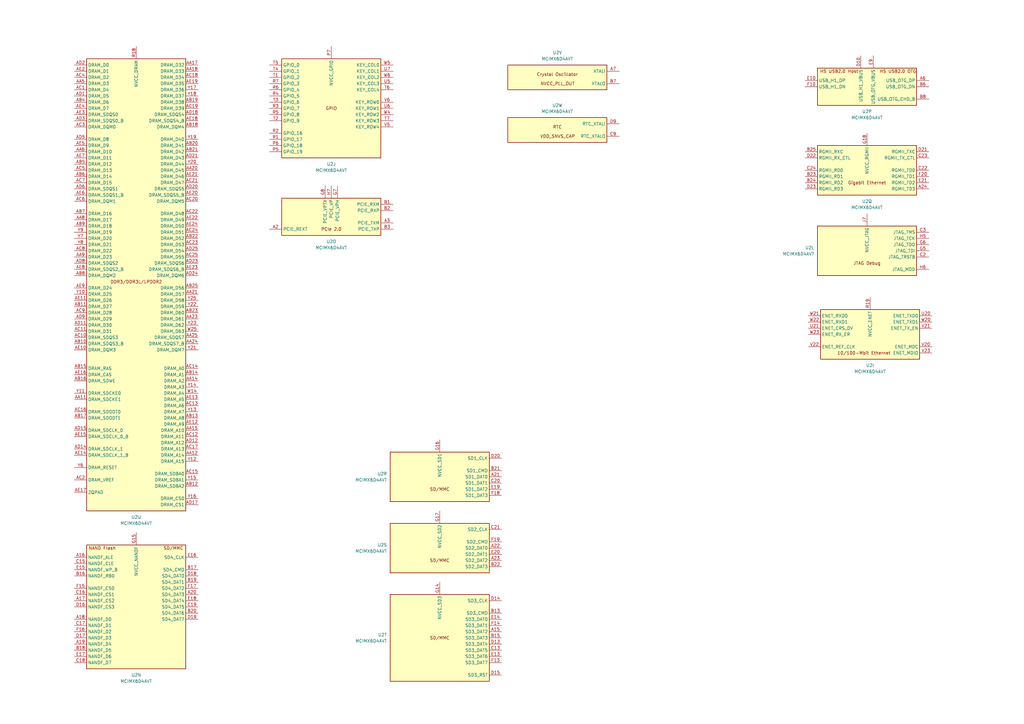
<source format=kicad_sch>
(kicad_sch (version 20250114) (generator "eeschema") (generator_version "9.0")
  (paper "A3")
  (title_block (title "Muhammad Azeem") (company "Invicton Labs"))
  (lib_symbols
    (symbol "CPU_NXP_IMX:MCIMX6D4AVT"
      (property "Reference" "U" (at 15.24 90.17 0))
      (property "Value" "MCIMX6D4AVT" (at -13.97 90.17 0))
      (symbol "MCIMX6D4AVT_1_0"
        (text "Power Management" (at -1.27 -5.08 0) (effects (font (size 1.27 1.27))))
      )
      (symbol "MCIMX6D4AVT_1_1"
        (pin power_in line (at -25.4 10.16 0) (length 5.08) (name "VDD_ARM_IN") (number "H14"))
        (pin passive line (at -25.4 10.16 0) (length 5.08) (hide yes) (name "VDD_ARM_IN") (number "J14"))
        (pin passive line (at -25.4 10.16 0) (length 5.08) (hide yes) (name "VDD_ARM_IN") (number "K14"))
        (pin passive line (at -25.4 10.16 0) (length 5.08) (hide yes) (name "VDD_ARM_IN") (number "L14"))
        (pin passive line (at -25.4 10.16 0) (length 5.08) (hide yes) (name "VDD_ARM_IN") (number "M14"))
        (pin passive line (at -25.4 10.16 0) (length 5.08) (hide yes) (name "VDD_ARM_IN") (number "N14"))
        (pin passive line (at -25.4 10.16 0) (length 5.08) (hide yes) (name "VDD_ARM_IN") (number "P14"))
        (pin passive line (at -25.4 10.16 0) (length 5.08) (hide yes) (name "VDD_ARM_IN") (number "R14"))
        (pin power_in line (at -25.4 7.62 0) (length 5.08) (name "VDD_ARM23_IN") (number "K9"))
        (pin passive line (at -25.4 7.62 0) (length 5.08) (hide yes) (name "VDD_ARM23_IN") (number "L9"))
        (pin passive line (at -25.4 7.62 0) (length 5.08) (hide yes) (name "VDD_ARM23_IN") (number "M9"))
        (pin passive line (at -25.4 7.62 0) (length 5.08) (hide yes) (name "VDD_ARM23_IN") (number "N9"))
        (pin passive line (at -25.4 7.62 0) (length 5.08) (hide yes) (name "VDD_ARM23_IN") (number "P9"))
        (pin passive line (at -25.4 7.62 0) (length 5.08) (hide yes) (name "VDD_ARM23_IN") (number "R9"))
        (pin passive line (at -25.4 7.62 0) (length 5.08) (hide yes) (name "VDD_ARM23_IN") (number "T9"))
        (pin passive line (at -25.4 7.62 0) (length 5.08) (hide yes) (name "VDD_ARM23_IN") (number "U9"))
        (pin power_in line (at -25.4 5.08 0) (length 5.08) (name "VDD_SOC_IN") (number "H16"))
        (pin passive line (at -25.4 5.08 0) (length 5.08) (hide yes) (name "VDD_SOC_IN") (number "J16"))
        (pin passive line (at -25.4 5.08 0) (length 5.08) (hide yes) (name "VDD_SOC_IN") (number "K16"))
        (pin passive line (at -25.4 5.08 0) (length 5.08) (hide yes) (name "VDD_SOC_IN") (number "L16"))
        (pin passive line (at -25.4 5.08 0) (length 5.08) (hide yes) (name "VDD_SOC_IN") (number "M16"))
        (pin passive line (at -25.4 5.08 0) (length 5.08) (hide yes) (name "VDD_SOC_IN") (number "N16"))
        (pin passive line (at -25.4 5.08 0) (length 5.08) (hide yes) (name "VDD_SOC_IN") (number "P16"))
        (pin passive line (at -25.4 5.08 0) (length 5.08) (hide yes) (name "VDD_SOC_IN") (number "R16"))
        (pin passive line (at -25.4 5.08 0) (length 5.08) (hide yes) (name "VDD_SOC_IN") (number "T16"))
        (pin passive line (at -25.4 5.08 0) (length 5.08) (hide yes) (name "VDD_SOC_IN") (number "U16"))
        (pin power_in line (at -25.4 0 0) (length 5.08) (name "VDD_HIGH_IN") (number "H9"))
        (pin passive line (at -25.4 0 0) (length 5.08) (hide yes) (name "VDD_HIGH_IN") (number "J9"))
        (pin power_in line (at -25.4 -2.54 0) (length 5.08) (name "VDD_SNVS_IN") (number "G11"))
        (pin power_in line (at 0 -17.78 90) (length 5.08) (name "GND") (number "A13"))
        (pin passive line (at 0 -17.78 90) (length 5.08) (hide yes) (name "GND") (number "A25"))
        (pin passive line (at 0 -17.78 90) (length 5.08) (hide yes) (name "GND") (number "A4"))
        (pin passive line (at 0 -17.78 90) (length 5.08) (hide yes) (name "GND") (number "A8"))
        (pin passive line (at 0 -17.78 90) (length 5.08) (hide yes) (name "GND") (number "AA10"))
        (pin passive line (at 0 -17.78 90) (length 5.08) (hide yes) (name "GND") (number "AA13"))
        (pin passive line (at 0 -17.78 90) (length 5.08) (hide yes) (name "GND") (number "AA16"))
        (pin passive line (at 0 -17.78 90) (length 5.08) (hide yes) (name "GND") (number "AA19"))
        (pin passive line (at 0 -17.78 90) (length 5.08) (hide yes) (name "GND") (number "AA22"))
        (pin passive line (at 0 -17.78 90) (length 5.08) (hide yes) (name "GND") (number "AA7"))
        (pin passive line (at 0 -17.78 90) (length 5.08) (hide yes) (name "GND") (number "AB24"))
        (pin passive line (at 0 -17.78 90) (length 5.08) (hide yes) (name "GND") (number "AB3"))
        (pin passive line (at 0 -17.78 90) (length 5.08) (hide yes) (name "GND") (number "AD10"))
        (pin passive line (at 0 -17.78 90) (length 5.08) (hide yes) (name "GND") (number "AD13"))
        (pin passive line (at 0 -17.78 90) (length 5.08) (hide yes) (name "GND") (number "AD16"))
        (pin passive line (at 0 -17.78 90) (length 5.08) (hide yes) (name "GND") (number "AD19"))
        (pin passive line (at 0 -17.78 90) (length 5.08) (hide yes) (name "GND") (number "AD22"))
        (pin passive line (at 0 -17.78 90) (length 5.08) (hide yes) (name "GND") (number "AD4"))
        (pin passive line (at 0 -17.78 90) (length 5.08) (hide yes) (name "GND") (number "AD7"))
        (pin passive line (at 0 -17.78 90) (length 5.08) (hide yes) (name "GND") (number "AE1"))
        (pin passive line (at 0 -17.78 90) (length 5.08) (hide yes) (name "GND") (number "AE25"))
        (pin passive line (at 0 -17.78 90) (length 5.08) (hide yes) (name "GND") (number "B4"))
        (pin passive line (at 0 -17.78 90) (length 5.08) (hide yes) (name "GND") (number "C1"))
        (pin passive line (at 0 -17.78 90) (length 5.08) (hide yes) (name "GND") (number "C10"))
        (pin passive line (at 0 -17.78 90) (length 5.08) (hide yes) (name "GND") (number "C4"))
        (pin passive line (at 0 -17.78 90) (length 5.08) (hide yes) (name "GND") (number "C6"))
        (pin passive line (at 0 -17.78 90) (length 5.08) (hide yes) (name "GND") (number "D3"))
        (pin passive line (at 0 -17.78 90) (length 5.08) (hide yes) (name "GND") (number "D6"))
        (pin passive line (at 0 -17.78 90) (length 5.08) (hide yes) (name "GND") (number "D8"))
        (pin passive line (at 0 -17.78 90) (length 5.08) (hide yes) (name "GND") (number "E5"))
        (pin passive line (at 0 -17.78 90) (length 5.08) (hide yes) (name "GND") (number "E6"))
        (pin passive line (at 0 -17.78 90) (length 5.08) (hide yes) (name "GND") (number "E7"))
        (pin passive line (at 0 -17.78 90) (length 5.08) (hide yes) (name "GND") (number "F5"))
        (pin passive line (at 0 -17.78 90) (length 5.08) (hide yes) (name "GND") (number "F6"))
        (pin passive line (at 0 -17.78 90) (length 5.08) (hide yes) (name "GND") (number "F7"))
        (pin passive line (at 0 -17.78 90) (length 5.08) (hide yes) (name "GND") (number "F8"))
        (pin passive line (at 0 -17.78 90) (length 5.08) (hide yes) (name "GND") (number "G10"))
        (pin passive line (at 0 -17.78 90) (length 5.08) (hide yes) (name "GND") (number "G19"))
        (pin passive line (at 0 -17.78 90) (length 5.08) (hide yes) (name "GND") (number "G3"))
        (pin passive line (at 0 -17.78 90) (length 5.08) (hide yes) (name "GND") (number "H12"))
        (pin passive line (at 0 -17.78 90) (length 5.08) (hide yes) (name "GND") (number "H15"))
        (pin passive line (at 0 -17.78 90) (length 5.08) (hide yes) (name "GND") (number "H18"))
        (pin passive line (at 0 -17.78 90) (length 5.08) (hide yes) (name "GND") (number "H8"))
        (pin passive line (at 0 -17.78 90) (length 5.08) (hide yes) (name "GND") (number "J12"))
        (pin passive line (at 0 -17.78 90) (length 5.08) (hide yes) (name "GND") (number "J15"))
        (pin passive line (at 0 -17.78 90) (length 5.08) (hide yes) (name "GND") (number "J18"))
        (pin passive line (at 0 -17.78 90) (length 5.08) (hide yes) (name "GND") (number "J2"))
        (pin passive line (at 0 -17.78 90) (length 5.08) (hide yes) (name "GND") (number "J8"))
        (pin passive line (at 0 -17.78 90) (length 5.08) (hide yes) (name "GND") (number "K10"))
        (pin passive line (at 0 -17.78 90) (length 5.08) (hide yes) (name "GND") (number "K12"))
        (pin passive line (at 0 -17.78 90) (length 5.08) (hide yes) (name "GND") (number "K15"))
        (pin passive line (at 0 -17.78 90) (length 5.08) (hide yes) (name "GND") (number "K18"))
        (pin passive line (at 0 -17.78 90) (length 5.08) (hide yes) (name "GND") (number "K8"))
        (pin passive line (at 0 -17.78 90) (length 5.08) (hide yes) (name "GND") (number "L10"))
        (pin passive line (at 0 -17.78 90) (length 5.08) (hide yes) (name "GND") (number "L12"))
        (pin passive line (at 0 -17.78 90) (length 5.08) (hide yes) (name "GND") (number "L15"))
        (pin passive line (at 0 -17.78 90) (length 5.08) (hide yes) (name "GND") (number "L18"))
        (pin passive line (at 0 -17.78 90) (length 5.08) (hide yes) (name "GND") (number "L2"))
        (pin passive line (at 0 -17.78 90) (length 5.08) (hide yes) (name "GND") (number "L5"))
        (pin passive line (at 0 -17.78 90) (length 5.08) (hide yes) (name "GND") (number "L8"))
        (pin passive line (at 0 -17.78 90) (length 5.08) (hide yes) (name "GND") (number "M10"))
        (pin passive line (at 0 -17.78 90) (length 5.08) (hide yes) (name "GND") (number "M12"))
        (pin passive line (at 0 -17.78 90) (length 5.08) (hide yes) (name "GND") (number "M15"))
        (pin passive line (at 0 -17.78 90) (length 5.08) (hide yes) (name "GND") (number "M18"))
        (pin passive line (at 0 -17.78 90) (length 5.08) (hide yes) (name "GND") (number "M8"))
        (pin passive line (at 0 -17.78 90) (length 5.08) (hide yes) (name "GND") (number "N10"))
        (pin passive line (at 0 -17.78 90) (length 5.08) (hide yes) (name "GND") (number "N15"))
        (pin passive line (at 0 -17.78 90) (length 5.08) (hide yes) (name "GND") (number "N18"))
        (pin passive line (at 0 -17.78 90) (length 5.08) (hide yes) (name "GND") (number "N8"))
        (pin passive line (at 0 -17.78 90) (length 5.08) (hide yes) (name "GND") (number "P10"))
        (pin passive line (at 0 -17.78 90) (length 5.08) (hide yes) (name "GND") (number "P12"))
        (pin passive line (at 0 -17.78 90) (length 5.08) (hide yes) (name "GND") (number "P15"))
        (pin passive line (at 0 -17.78 90) (length 5.08) (hide yes) (name "GND") (number "P18"))
        (pin passive line (at 0 -17.78 90) (length 5.08) (hide yes) (name "GND") (number "P8"))
        (pin passive line (at 0 -17.78 90) (length 5.08) (hide yes) (name "GND") (number "R12"))
        (pin passive line (at 0 -17.78 90) (length 5.08) (hide yes) (name "GND") (number "R15"))
        (pin passive line (at 0 -17.78 90) (length 5.08) (hide yes) (name "GND") (number "R17"))
        (pin passive line (at 0 -17.78 90) (length 5.08) (hide yes) (name "GND") (number "R8"))
        (pin passive line (at 0 -17.78 90) (length 5.08) (hide yes) (name "GND") (number "T11"))
        (pin passive line (at 0 -17.78 90) (length 5.08) (hide yes) (name "GND") (number "T12"))
        (pin passive line (at 0 -17.78 90) (length 5.08) (hide yes) (name "GND") (number "T15"))
        (pin passive line (at 0 -17.78 90) (length 5.08) (hide yes) (name "GND") (number "T17"))
        (pin passive line (at 0 -17.78 90) (length 5.08) (hide yes) (name "GND") (number "T19"))
        (pin passive line (at 0 -17.78 90) (length 5.08) (hide yes) (name "GND") (number "T8"))
        (pin passive line (at 0 -17.78 90) (length 5.08) (hide yes) (name "GND") (number "U11"))
        (pin passive line (at 0 -17.78 90) (length 5.08) (hide yes) (name "GND") (number "U12"))
        (pin passive line (at 0 -17.78 90) (length 5.08) (hide yes) (name "GND") (number "U15"))
        (pin passive line (at 0 -17.78 90) (length 5.08) (hide yes) (name "GND") (number "U17"))
        (pin passive line (at 0 -17.78 90) (length 5.08) (hide yes) (name "GND") (number "U19"))
        (pin passive line (at 0 -17.78 90) (length 5.08) (hide yes) (name "GND") (number "U8"))
        (pin passive line (at 0 -17.78 90) (length 5.08) (hide yes) (name "GND") (number "V19"))
        (pin passive line (at 0 -17.78 90) (length 5.08) (hide yes) (name "GND") (number "V8"))
        (pin passive line (at 0 -17.78 90) (length 5.08) (hide yes) (name "GND") (number "W10"))
        (pin passive line (at 0 -17.78 90) (length 5.08) (hide yes) (name "GND") (number "W11"))
        (pin passive line (at 0 -17.78 90) (length 5.08) (hide yes) (name "GND") (number "W12"))
        (pin passive line (at 0 -17.78 90) (length 5.08) (hide yes) (name "GND") (number "W13"))
        (pin passive line (at 0 -17.78 90) (length 5.08) (hide yes) (name "GND") (number "W15"))
        (pin passive line (at 0 -17.78 90) (length 5.08) (hide yes) (name "GND") (number "W16"))
        (pin passive line (at 0 -17.78 90) (length 5.08) (hide yes) (name "GND") (number "W17"))
        (pin passive line (at 0 -17.78 90) (length 5.08) (hide yes) (name "GND") (number "W18"))
        (pin passive line (at 0 -17.78 90) (length 5.08) (hide yes) (name "GND") (number "W19"))
        (pin passive line (at 0 -17.78 90) (length 5.08) (hide yes) (name "GND") (number "W3"))
        (pin passive line (at 0 -17.78 90) (length 5.08) (hide yes) (name "GND") (number "W7"))
        (pin passive line (at 0 -17.78 90) (length 5.08) (hide yes) (name "GND") (number "W8"))
        (pin passive line (at 0 -17.78 90) (length 5.08) (hide yes) (name "GND") (number "W9"))
        (pin passive line (at 0 -17.78 90) (length 5.08) (hide yes) (name "GND") (number "Y24"))
        (pin passive line (at 0 -17.78 90) (length 5.08) (hide yes) (name "GND") (number "Y5"))
        (pin power_out line (at 25.4 10.16 180) (length 5.08) (name "VDD_ARM_CAP") (number "H13"))
        (pin passive line (at 25.4 10.16 180) (length 5.08) (hide yes) (name "VDD_ARM_CAP") (number "J13"))
        (pin passive line (at 25.4 10.16 180) (length 5.08) (hide yes) (name "VDD_ARM_CAP") (number "K13"))
        (pin passive line (at 25.4 10.16 180) (length 5.08) (hide yes) (name "VDD_ARM_CAP") (number "L13"))
        (pin passive line (at 25.4 10.16 180) (length 5.08) (hide yes) (name "VDD_ARM_CAP") (number "M13"))
        (pin passive line (at 25.4 10.16 180) (length 5.08) (hide yes) (name "VDD_ARM_CAP") (number "N13"))
        (pin passive line (at 25.4 10.16 180) (length 5.08) (hide yes) (name "VDD_ARM_CAP") (number "P13"))
        (pin passive line (at 25.4 10.16 180) (length 5.08) (hide yes) (name "VDD_ARM_CAP") (number "R13"))
        (pin power_out line (at 25.4 7.62 180) (length 5.08) (name "VDD_ARM23_CAP") (number "H11"))
        (pin passive line (at 25.4 7.62 180) (length 5.08) (hide yes) (name "VDD_ARM23_CAP") (number "J11"))
        (pin passive line (at 25.4 7.62 180) (length 5.08) (hide yes) (name "VDD_ARM23_CAP") (number "K11"))
        (pin passive line (at 25.4 7.62 180) (length 5.08) (hide yes) (name "VDD_ARM23_CAP") (number "L11"))
        (pin passive line (at 25.4 7.62 180) (length 5.08) (hide yes) (name "VDD_ARM23_CAP") (number "M11"))
        (pin passive line (at 25.4 7.62 180) (length 5.08) (hide yes) (name "VDD_ARM23_CAP") (number "N11"))
        (pin passive line (at 25.4 7.62 180) (length 5.08) (hide yes) (name "VDD_ARM23_CAP") (number "P11"))
        (pin passive line (at 25.4 7.62 180) (length 5.08) (hide yes) (name "VDD_ARM23_CAP") (number "R11"))
        (pin power_out line (at 25.4 5.08 180) (length 5.08) (name "VDD_SOC_CAP") (number "R10"))
        (pin passive line (at 25.4 5.08 180) (length 5.08) (hide yes) (name "VDD_SOC_CAP") (number "T10"))
        (pin passive line (at 25.4 5.08 180) (length 5.08) (hide yes) (name "VDD_SOC_CAP") (number "T13"))
        (pin passive line (at 25.4 5.08 180) (length 5.08) (hide yes) (name "VDD_SOC_CAP") (number "T14"))
        (pin passive line (at 25.4 5.08 180) (length 5.08) (hide yes) (name "VDD_SOC_CAP") (number "U10"))
        (pin passive line (at 25.4 5.08 180) (length 5.08) (hide yes) (name "VDD_SOC_CAP") (number "U13"))
        (pin passive line (at 25.4 5.08 180) (length 5.08) (hide yes) (name "VDD_SOC_CAP") (number "U14"))
        (pin power_in line (at 25.4 2.54 180) (length 5.08) (name "VDD_CACHE_CAP") (number "N12"))
        (pin power_out line (at 25.4 0 180) (length 5.08) (name "VDD_HIGH_CAP") (number "H10"))
        (pin passive line (at 25.4 0 180) (length 5.08) (hide yes) (name "VDD_HIGH_CAP") (number "J10"))
        (pin power_out line (at 25.4 -2.54 180) (length 5.08) (name "VDD_SNVS_CAP") (number "G9"))
        (pin power_out line (at 25.4 -5.08 180) (length 5.08) (name "VDD_PU_CAP") (number "H17"))
        (pin passive line (at 25.4 -5.08 180) (length 5.08) (hide yes) (name "VDD_PU_CAP") (number "J17"))
        (pin passive line (at 25.4 -5.08 180) (length 5.08) (hide yes) (name "VDD_PU_CAP") (number "K17"))
        (pin passive line (at 25.4 -5.08 180) (length 5.08) (hide yes) (name "VDD_PU_CAP") (number "L17"))
        (pin passive line (at 25.4 -5.08 180) (length 5.08) (hide yes) (name "VDD_PU_CAP") (number "M17"))
        (pin passive line (at 25.4 -5.08 180) (length 5.08) (hide yes) (name "VDD_PU_CAP") (number "N17"))
        (pin passive line (at 25.4 -5.08 180) (length 5.08) (hide yes) (name "VDD_PU_CAP") (number "P17"))
        (pin power_out line (at 25.4 -7.62 180) (length 5.08) (name "VDD_USB_CAP") (number "F9"))
        (pin power_out line (at 25.4 -10.16 180) (length 5.08) (name "NVCC_PLL_OUT") (number "E8"))
      )
      (symbol "MCIMX6D4AVT_2_0"
        (text "Factory (NXP only)" (at -10.16 0 0) (effects (font (size 1.27 1.27))))
      )
      (symbol "MCIMX6D4AVT_2_1"
        (pin passive line (at 0 10.16 270) (length 5.08) (name "VDD_FA") (number "B5"))
        (pin passive line (at 25.4 2.54 180) (length 5.08) (name "FA_ANA") (number "A5"))
        (pin passive line (at 25.4 0 180) (length 5.08) (name "GPANAIO") (number "C8"))
        (pin passive line (at 25.4 -2.54 180) (length 5.08) (name "TEST_MODE") (number "E12"))
      )
      (symbol "MCIMX6D4AVT_3_0"
        (text "Boot/Power Management" (at 1.27 -5.08 0) (effects (font (size 1.27 1.27))))
      )
      (symbol "MCIMX6D4AVT_3_1"
        (text "VDD_SNVS_IN" (at 0 0 0) (effects (font (size 1.27 1.27) (italic yes))))
        (pin input line (at -25.4 5.08 0) (length 5.08) (name "BOOT_MODE0") (number "C12"))
        (pin input line (at -25.4 2.54 0) (length 5.08) (name "BOOT_MODE1") (number "F12"))
        (pin input line (at -25.4 -2.54 0) (length 5.08) (name "ONOFF") (number "D12"))
        (pin input line (at -25.4 -5.08 0) (length 5.08) (name "POR_B") (number "C11"))
        (pin output line (at 25.4 5.08 180) (length 5.08) (name "PMIC_ON_REQ") (number "D11"))
        (pin output line (at 25.4 2.54 180) (length 5.08) (name "PMIC_STBY_REQ") (number "F11"))
        (pin input line (at 25.4 -2.54 180) (length 5.08) (name "TAMPER") (number "E11"))
      )
      (symbol "MCIMX6D4AVT_4_0"
        (text "Clock" (at -16.51 11.43 0) (effects (font (size 1.27 1.27))))
        (text "MediaLB" (at 15.24 11.43 0) (effects (font (size 1.27 1.27))))
      )
      (symbol "MCIMX6D4AVT_4_1"
        (text "VDD_HIGH_CAP" (at 0 0 0) (effects (font (size 1.27 1.27) (italic yes))))
        (pin bidirectional line (at -25.4 5.08 0) (length 5.08) (name "CLK1_N") (number "C7"))
        (pin bidirectional line (at -25.4 2.54 0) (length 5.08) (name "CLK1_P") (number "D7"))
        (pin bidirectional line (at -25.4 -2.54 0) (length 5.08) (name "CLK2_N") (number "C5"))
        (pin bidirectional line (at -25.4 -5.08 0) (length 5.08) (name "CLK2_P") (number "D5"))
        (pin input line (at 25.4 7.62 180) (length 5.08) (name "MLB_CN") (number "A11"))
        (pin input line (at 25.4 5.08 180) (length 5.08) (name "MLB_CP") (number "B11"))
        (pin bidirectional line (at 25.4 0 180) (length 5.08) (name "MLB_DN") (number "B10"))
        (pin bidirectional line (at 25.4 -2.54 180) (length 5.08) (name "MLB_DP") (number "A10"))
        (pin bidirectional line (at 25.4 -7.62 180) (length 5.08) (name "MLB_SN") (number "A9"))
        (pin bidirectional line (at 25.4 -10.16 180) (length 5.08) (name "MLB_SP") (number "B9"))
      )
      (symbol "MCIMX6D4AVT_5_0"
        (text "MIPI Camera" (at 0 0 0) (effects (font (size 1.27 1.27))))
      )
      (symbol "MCIMX6D4AVT_5_1"
        (pin input line (at -25.4 12.7 0) (length 5.08) (name "CSI_CLK0M") (number "F4"))
        (pin input line (at -25.4 10.16 0) (length 5.08) (name "CSI_CLK0P") (number "F3"))
        (pin input line (at -25.4 7.62 0) (length 5.08) (name "CSI_D0M") (number "E4"))
        (pin input line (at -25.4 5.08 0) (length 5.08) (name "CSI_D0P") (number "E3"))
        (pin input line (at -25.4 2.54 0) (length 5.08) (name "CSI_D1M") (number "D1"))
        (pin input line (at -25.4 0 0) (length 5.08) (name "CSI_D1P") (number "D2"))
        (pin input line (at -25.4 -2.54 0) (length 5.08) (name "CSI_D2M") (number "E1"))
        (pin input line (at -25.4 -5.08 0) (length 5.08) (name "CSI_D2P") (number "E2"))
        (pin input line (at -25.4 -7.62 0) (length 5.08) (name "CSI_D3M") (number "F2"))
        (pin input line (at -25.4 -10.16 0) (length 5.08) (name "CSI_D3P") (number "F1"))
        (pin passive line (at -25.4 -12.7 0) (length 5.08) (name "CSI_REXT") (number "D4"))
        (pin power_in line (at 0 20.32 270) (length 5.08) (name "NVCC_MIPI") (number "K7"))
        (pin output line (at 25.4 12.7 180) (length 5.08) (name "DSI_CLK0M") (number "H3"))
        (pin output line (at 25.4 10.16 180) (length 5.08) (name "DSI_CLK0P") (number "H4"))
        (pin output line (at 25.4 7.62 180) (length 5.08) (name "DSI_D0M") (number "G2"))
        (pin output line (at 25.4 5.08 180) (length 5.08) (name "DSI_D0P") (number "G1"))
        (pin output line (at 25.4 2.54 180) (length 5.08) (name "DSI_D1M") (number "H2"))
        (pin output line (at 25.4 0 180) (length 5.08) (name "DSI_D1P") (number "H1"))
        (pin passive line (at 25.4 -2.54 180) (length 5.08) (name "DSI_REXT") (number "G4"))
      )
      (symbol "MCIMX6D4AVT_6_0"
        (text "Camera" (at 0 0 0) (effects (font (size 1.27 1.27))))
      )
      (symbol "MCIMX6D4AVT_6_1"
        (pin bidirectional line (at -25.4 12.7 0) (length 5.08) (name "CSI0_MCLK") (number "P4"))
        (pin bidirectional line (at -25.4 10.16 0) (length 5.08) (name "CSI0_PIXCLK") (number "P1"))
        (pin bidirectional line (at -25.4 7.62 0) (length 5.08) (name "CSI0_DATA_EN") (number "P3"))
        (pin bidirectional line (at -25.4 5.08 0) (length 5.08) (name "CSI0_VSYNC") (number "N2"))
        (pin bidirectional line (at -25.4 0 0) (length 5.08) (name "CSI0_DAT4") (number "N1"))
        (pin bidirectional line (at -25.4 -2.54 0) (length 5.08) (name "CSI0_DAT5") (number "P2"))
        (pin bidirectional line (at -25.4 -5.08 0) (length 5.08) (name "CSI0_DAT6") (number "N4"))
        (pin bidirectional line (at -25.4 -7.62 0) (length 5.08) (name "CSI0_DAT7") (number "N3"))
        (pin bidirectional line (at -25.4 -10.16 0) (length 5.08) (name "CSI0_DAT8") (number "N6"))
        (pin bidirectional line (at -25.4 -12.7 0) (length 5.08) (name "CSI0_DAT9") (number "N5"))
        (pin power_in line (at 0 20.32 270) (length 5.08) (name "NVCC_CSI") (number "N7"))
        (pin bidirectional line (at 25.4 10.16 180) (length 5.08) (name "CSI0_DAT10") (number "M1"))
        (pin bidirectional line (at 25.4 7.62 180) (length 5.08) (name "CSI0_DAT11") (number "M3"))
        (pin bidirectional line (at 25.4 5.08 180) (length 5.08) (name "CSI0_DAT12") (number "M2"))
        (pin bidirectional line (at 25.4 2.54 180) (length 5.08) (name "CSI0_DAT13") (number "L1"))
        (pin bidirectional line (at 25.4 0 180) (length 5.08) (name "CSI0_DAT14") (number "M4"))
        (pin bidirectional line (at 25.4 -2.54 180) (length 5.08) (name "CSI0_DAT15") (number "M5"))
        (pin bidirectional line (at 25.4 -5.08 180) (length 5.08) (name "CSI0_DAT16") (number "L4"))
        (pin bidirectional line (at 25.4 -7.62 180) (length 5.08) (name "CSI0_DAT17") (number "L3"))
        (pin bidirectional line (at 25.4 -10.16 180) (length 5.08) (name "CSI0_DAT18") (number "M6"))
        (pin bidirectional line (at 25.4 -12.7 180) (length 5.08) (name "CSI0_DAT19") (number "L6"))
      )
      (symbol "MCIMX6D4AVT_7_0"
        (text "LCD Display" (at 0 0 0) (effects (font (size 1.27 1.27))))
      )
      (symbol "MCIMX6D4AVT_7_1"
        (pin bidirectional line (at -25.4 17.78 0) (length 5.08) (name "DI0_DISP_CLK") (number "N19"))
        (pin bidirectional line (at -25.4 15.24 0) (length 5.08) (name "DI0_PIN15") (number "N21"))
        (pin bidirectional line (at -25.4 12.7 0) (length 5.08) (name "DI0_PIN2") (number "N25"))
        (pin bidirectional line (at -25.4 10.16 0) (length 5.08) (name "DI0_PIN3") (number "N20"))
        (pin bidirectional line (at -25.4 7.62 0) (length 5.08) (name "DI0_PIN4") (number "P25"))
        (pin bidirectional line (at -25.4 5.08 0) (length 5.08) (name "DISP0_DAT0") (number "P24"))
        (pin bidirectional line (at -25.4 2.54 0) (length 5.08) (name "DISP0_DAT1") (number "P22"))
        (pin bidirectional line (at -25.4 0 0) (length 5.08) (name "DISP0_DAT2") (number "P23"))
        (pin bidirectional line (at -25.4 -2.54 0) (length 5.08) (name "DISP0_DAT3") (number "P21"))
        (pin bidirectional line (at -25.4 -5.08 0) (length 5.08) (name "DISP0_DAT4") (number "P20"))
        (pin bidirectional line (at -25.4 -7.62 0) (length 5.08) (name "DISP0_DAT5") (number "R25"))
        (pin bidirectional line (at -25.4 -10.16 0) (length 5.08) (name "DISP0_DAT6") (number "R23"))
        (pin bidirectional line (at -25.4 -12.7 0) (length 5.08) (name "DISP0_DAT7") (number "R24"))
        (pin bidirectional line (at -25.4 -15.24 0) (length 5.08) (name "DISP0_DAT8") (number "R22"))
        (pin bidirectional line (at -25.4 -17.78 0) (length 5.08) (name "DISP0_DAT9") (number "T25"))
        (pin power_in line (at 0 25.4 270) (length 5.08) (name "NVCC_LCD") (number "P19"))
        (pin bidirectional line (at 25.4 17.78 180) (length 5.08) (name "DISP0_DAT10") (number "R21"))
        (pin bidirectional line (at 25.4 15.24 180) (length 5.08) (name "DISP0_DAT11") (number "T23"))
        (pin bidirectional line (at 25.4 12.7 180) (length 5.08) (name "DISP0_DAT12") (number "T24"))
        (pin bidirectional line (at 25.4 10.16 180) (length 5.08) (name "DISP0_DAT13") (number "R20"))
        (pin bidirectional line (at 25.4 7.62 180) (length 5.08) (name "DISP0_DAT14") (number "U25"))
        (pin bidirectional line (at 25.4 5.08 180) (length 5.08) (name "DISP0_DAT15") (number "T22"))
        (pin bidirectional line (at 25.4 2.54 180) (length 5.08) (name "DISP0_DAT16") (number "T21"))
        (pin bidirectional line (at 25.4 0 180) (length 5.08) (name "DISP0_DAT17") (number "U24"))
        (pin bidirectional line (at 25.4 -2.54 180) (length 5.08) (name "DISP0_DAT18") (number "V25"))
        (pin bidirectional line (at 25.4 -5.08 180) (length 5.08) (name "DISP0_DAT19") (number "U23"))
        (pin bidirectional line (at 25.4 -7.62 180) (length 5.08) (name "DISP0_DAT20") (number "U22"))
        (pin bidirectional line (at 25.4 -10.16 180) (length 5.08) (name "DISP0_DAT21") (number "T20"))
        (pin bidirectional line (at 25.4 -12.7 180) (length 5.08) (name "DISP0_DAT22") (number "V24"))
        (pin bidirectional line (at 25.4 -15.24 180) (length 5.08) (name "DISP0_DAT23") (number "W24"))
      )
      (symbol "MCIMX6D4AVT_8_0"
        (text "External memory" (at 1.27 0 0) (effects (font (size 1.27 1.27))))
      )
      (symbol "MCIMX6D4AVT_8_1"
        (pin bidirectional line (at -25.4 40.64 0) (length 5.08) (name "EIM_A16") (number "H25"))
        (pin bidirectional line (at -25.4 38.1 0) (length 5.08) (name "EIM_A17") (number "G24"))
        (pin bidirectional line (at -25.4 35.56 0) (length 5.08) (name "EIM_A18") (number "J22"))
        (pin bidirectional line (at -25.4 33.02 0) (length 5.08) (name "EIM_A19") (number "G25"))
        (pin bidirectional line (at -25.4 30.48 0) (length 5.08) (name "EIM_A20") (number "H22"))
        (pin bidirectional line (at -25.4 27.94 0) (length 5.08) (name "EIM_A21") (number "H23"))
        (pin bidirectional line (at -25.4 25.4 0) (length 5.08) (name "EIM_A22") (number "F24"))
        (pin bidirectional line (at -25.4 22.86 0) (length 5.08) (name "EIM_A23") (number "J21"))
        (pin bidirectional line (at -25.4 20.32 0) (length 5.08) (name "EIM_A24") (number "F25"))
        (pin bidirectional line (at -25.4 17.78 0) (length 5.08) (name "EIM_A25") (number "H19"))
        (pin bidirectional line (at -25.4 12.7 0) (length 5.08) (name "EIM_EB0") (number "K21"))
        (pin bidirectional line (at -25.4 10.16 0) (length 5.08) (name "EIM_EB1") (number "K23"))
        (pin bidirectional line (at -25.4 7.62 0) (length 5.08) (name "EIM_EB2") (number "E22"))
        (pin bidirectional line (at -25.4 5.08 0) (length 5.08) (name "EIM_EB3") (number "F23"))
        (pin bidirectional line (at -25.4 0 0) (length 5.08) (name "EIM_BCLK") (number "N22"))
        (pin bidirectional line (at -25.4 -2.54 0) (length 5.08) (name "EIM_LBA") (number "K22"))
        (pin bidirectional line (at -25.4 -5.08 0) (length 5.08) (name "EIM_OE") (number "J24"))
        (pin bidirectional line (at -25.4 -7.62 0) (length 5.08) (name "EIM_RW") (number "K20"))
        (pin bidirectional line (at -25.4 -10.16 0) (length 5.08) (name "EIM_WAIT") (number "M25"))
        (pin bidirectional line (at -25.4 -12.7 0) (length 5.08) (name "EIM_CS0") (number "H24"))
        (pin bidirectional line (at -25.4 -15.24 0) (length 5.08) (name "EIM_CS1") (number "J23"))
        (pin power_in line (at -2.54 48.26 270) (length 5.08) (name "NVCC_EIM0") (number "K19"))
        (pin power_in line (at 0 48.26 270) (length 5.08) (name "NVCC_EIM1") (number "L19"))
        (pin power_in line (at 2.54 48.26 270) (length 5.08) (name "NVCC_EIM2") (number "M19"))
        (pin bidirectional line (at 25.4 40.64 180) (length 5.08) (name "EIM_DA0") (number "L20"))
        (pin bidirectional line (at 25.4 38.1 180) (length 5.08) (name "EIM_DA1") (number "J25"))
        (pin bidirectional line (at 25.4 35.56 180) (length 5.08) (name "EIM_DA2") (number "L21"))
        (pin bidirectional line (at 25.4 33.02 180) (length 5.08) (name "EIM_DA3") (number "K24"))
        (pin bidirectional line (at 25.4 30.48 180) (length 5.08) (name "EIM_DA4") (number "L22"))
        (pin bidirectional line (at 25.4 27.94 180) (length 5.08) (name "EIM_DA5") (number "L23"))
        (pin bidirectional line (at 25.4 25.4 180) (length 5.08) (name "EIM_DA6") (number "K25"))
        (pin bidirectional line (at 25.4 22.86 180) (length 5.08) (name "EIM_DA7") (number "L25"))
        (pin bidirectional line (at 25.4 20.32 180) (length 5.08) (name "EIM_DA8") (number "L24"))
        (pin bidirectional line (at 25.4 17.78 180) (length 5.08) (name "EIM_DA9") (number "M21"))
        (pin bidirectional line (at 25.4 15.24 180) (length 5.08) (name "EIM_DA10") (number "M22"))
        (pin bidirectional line (at 25.4 12.7 180) (length 5.08) (name "EIM_DA11") (number "M20"))
        (pin bidirectional line (at 25.4 10.16 180) (length 5.08) (name "EIM_DA12") (number "M24"))
        (pin bidirectional line (at 25.4 7.62 180) (length 5.08) (name "EIM_DA13") (number "M23"))
        (pin bidirectional line (at 25.4 5.08 180) (length 5.08) (name "EIM_DA14") (number "N23"))
        (pin bidirectional line (at 25.4 2.54 180) (length 5.08) (name "EIM_DA15") (number "N24"))
        (pin bidirectional line (at 25.4 -2.54 180) (length 5.08) (name "EIM_D16") (number "C25"))
        (pin bidirectional line (at 25.4 -5.08 180) (length 5.08) (name "EIM_D17") (number "F21"))
        (pin bidirectional line (at 25.4 -7.62 180) (length 5.08) (name "EIM_D18") (number "D24"))
        (pin bidirectional line (at 25.4 -10.16 180) (length 5.08) (name "EIM_D19") (number "G21"))
        (pin bidirectional line (at 25.4 -12.7 180) (length 5.08) (name "EIM_D20") (number "G20"))
        (pin bidirectional line (at 25.4 -15.24 180) (length 5.08) (name "EIM_D21") (number "H20"))
        (pin bidirectional line (at 25.4 -17.78 180) (length 5.08) (name "EIM_D22") (number "E23"))
        (pin bidirectional line (at 25.4 -20.32 180) (length 5.08) (name "EIM_D23") (number "D25"))
        (pin bidirectional line (at 25.4 -22.86 180) (length 5.08) (name "EIM_D24") (number "F22"))
        (pin bidirectional line (at 25.4 -25.4 180) (length 5.08) (name "EIM_D25") (number "G22"))
        (pin bidirectional line (at 25.4 -27.94 180) (length 5.08) (name "EIM_D26") (number "E24"))
        (pin bidirectional line (at 25.4 -30.48 180) (length 5.08) (name "EIM_D27") (number "E25"))
        (pin bidirectional line (at 25.4 -33.02 180) (length 5.08) (name "EIM_D28") (number "G23"))
        (pin bidirectional line (at 25.4 -35.56 180) (length 5.08) (name "EIM_D29") (number "J19"))
        (pin bidirectional line (at 25.4 -38.1 180) (length 5.08) (name "EIM_D30") (number "J20"))
        (pin bidirectional line (at 25.4 -40.64 180) (length 5.08) (name "EIM_D31") (number "H21"))
      )
      (symbol "MCIMX6D4AVT_9_0"
        (text "10/100-Mbit Ethernet" (at -2.54 -7.62 0) (effects (font (size 1.27 1.27))))
      )
      (symbol "MCIMX6D4AVT_9_1"
        (pin bidirectional line (at -25.4 7.62 0) (length 5.08) (name "ENET_RXD0") (number "W21"))
        (pin bidirectional line (at -25.4 5.08 0) (length 5.08) (name "ENET_RXD1") (number "W22"))
        (pin bidirectional line (at -25.4 2.54 0) (length 5.08) (name "ENET_CRS_DV") (number "U21"))
        (pin bidirectional line (at -25.4 0 0) (length 5.08) (name "ENET_RX_ER") (number "W23"))
        (pin bidirectional line (at -25.4 -5.08 0) (length 5.08) (name "ENET_REF_CLK") (number "V22"))
        (pin power_in line (at 0 15.24 270) (length 5.08) (name "NVCC_ENET") (number "R19"))
        (pin bidirectional line (at 25.4 7.62 180) (length 5.08) (name "ENET_TXD0") (number "U20"))
        (pin bidirectional line (at 25.4 5.08 180) (length 5.08) (name "ENET_TXD1") (number "W20"))
        (pin bidirectional line (at 25.4 2.54 180) (length 5.08) (name "ENET_TX_EN") (number "V21"))
        (pin bidirectional line (at 25.4 -5.08 180) (length 5.08) (name "ENET_MDC") (number "V20"))
        (pin bidirectional line (at 25.4 -7.62 180) (length 5.08) (name "ENET_MDIO") (number "V23"))
      )
      (symbol "MCIMX6D4AVT_10_0"
        (text "GPIO" (at 0 0 0) (effects (font (size 1.27 1.27))))
      )
      (symbol "MCIMX6D4AVT_10_1"
        (pin bidirectional line (at -25.4 17.78 0) (length 5.08) (name "GPIO_0") (number "T5"))
        (pin bidirectional line (at -25.4 15.24 0) (length 5.08) (name "GPIO_1") (number "T4"))
        (pin bidirectional line (at -25.4 12.7 0) (length 5.08) (name "GPIO_2") (number "T1"))
        (pin bidirectional line (at -25.4 10.16 0) (length 5.08) (name "GPIO_3") (number "R7"))
        (pin bidirectional line (at -25.4 7.62 0) (length 5.08) (name "GPIO_4") (number "R6"))
        (pin bidirectional line (at -25.4 5.08 0) (length 5.08) (name "GPIO_5") (number "R4"))
        (pin bidirectional line (at -25.4 2.54 0) (length 5.08) (name "GPIO_6") (number "T3"))
        (pin bidirectional line (at -25.4 0 0) (length 5.08) (name "GPIO_7") (number "R3"))
        (pin bidirectional line (at -25.4 -2.54 0) (length 5.08) (name "GPIO_8") (number "R5"))
        (pin bidirectional line (at -25.4 -5.08 0) (length 5.08) (name "GPIO_9") (number "T2"))
        (pin bidirectional line (at -25.4 -10.16 0) (length 5.08) (name "GPIO_16") (number "R2"))
        (pin bidirectional line (at -25.4 -12.7 0) (length 5.08) (name "GPIO_17") (number "R1"))
        (pin bidirectional line (at -25.4 -15.24 0) (length 5.08) (name "GPIO_18") (number "P6"))
        (pin bidirectional line (at -25.4 -17.78 0) (length 5.08) (name "GPIO_19") (number "P5"))
        (pin power_in line (at 0 25.4 270) (length 5.08) (name "NVCC_GPIO") (number "P7"))
        (pin bidirectional line (at 25.4 17.78 180) (length 5.08) (name "KEY_COL0") (number "W5"))
        (pin bidirectional line (at 25.4 15.24 180) (length 5.08) (name "KEY_COL1") (number "U7"))
        (pin bidirectional line (at 25.4 12.7 180) (length 5.08) (name "KEY_COL2") (number "W6"))
        (pin bidirectional line (at 25.4 10.16 180) (length 5.08) (name "KEY_COL3") (number "U5"))
        (pin bidirectional line (at 25.4 7.62 180) (length 5.08) (name "KEY_COL4") (number "T6"))
        (pin bidirectional line (at 25.4 2.54 180) (length 5.08) (name "KEY_ROW0") (number "V6"))
        (pin bidirectional line (at 25.4 0 180) (length 5.08) (name "KEY_ROW1") (number "U6"))
        (pin bidirectional line (at 25.4 -2.54 180) (length 5.08) (name "KEY_ROW2") (number "W4"))
        (pin bidirectional line (at 25.4 -5.08 180) (length 5.08) (name "KEY_ROW3") (number "T7"))
        (pin bidirectional line (at 25.4 -7.62 180) (length 5.08) (name "KEY_ROW4") (number "V5"))
      )
      (symbol "MCIMX6D4AVT_11_0"
        (text "HDMI Display" (at 0 0 0) (effects (font (size 1.27 1.27))))
      )
      (symbol "MCIMX6D4AVT_11_1"
        (pin input line (at -25.4 -2.54 0) (length 5.08) (name "HDMI_HPD") (number "K1"))
        (pin passive line (at -25.4 -5.08 0) (length 5.08) (name "HDMI_DDCCEC") (number "K2"))
        (pin passive line (at -25.4 -12.7 0) (length 5.08) (name "HDMI_REF") (number "J1"))
        (pin power_in line (at -2.54 20.32 270) (length 5.08) (name "HDMI_VP") (number "L7"))
        (pin power_in line (at 2.54 20.32 270) (length 5.08) (name "HDMI_VPH") (number "M7"))
        (pin output line (at 25.4 12.7 180) (length 5.08) (name "HDMI_CLKM") (number "J5"))
        (pin output line (at 25.4 10.16 180) (length 5.08) (name "HDMI_CLKP") (number "J6"))
        (pin output line (at 25.4 5.08 180) (length 5.08) (name "HDMI_D0M") (number "K5"))
        (pin output line (at 25.4 2.54 180) (length 5.08) (name "HDMI_D0P") (number "K6"))
        (pin output line (at 25.4 -2.54 180) (length 5.08) (name "HDMI_D1M") (number "J3"))
        (pin output line (at 25.4 -5.08 180) (length 5.08) (name "HDMI_D1P") (number "J4"))
        (pin output line (at 25.4 -10.16 180) (length 5.08) (name "HDMI_D2M") (number "K3"))
        (pin output line (at 25.4 -12.7 180) (length 5.08) (name "HDMI_D2P") (number "K4"))
      )
      (symbol "MCIMX6D4AVT_12_0"
        (text "JTAG Debug" (at 0 -5.08 0) (effects (font (size 1.27 1.27))))
      )
      (symbol "MCIMX6D4AVT_12_1"
        (pin power_in line (at 0 15.24 270) (length 5.08) (name "NVCC_JTAG") (number "J7"))
        (pin bidirectional line (at 25.4 7.62 180) (length 5.08) (name "JTAG_TMS") (number "C3"))
        (pin bidirectional line (at 25.4 5.08 180) (length 5.08) (name "JTAG_TCK") (number "H5"))
        (pin bidirectional line (at 25.4 2.54 180) (length 5.08) (name "JTAG_TDO") (number "G6"))
        (pin bidirectional line (at 25.4 0 180) (length 5.08) (name "JTAG_TDI") (number "G5"))
        (pin bidirectional line (at 25.4 -2.54 180) (length 5.08) (name "JTAG_TRSTB") (number "C2"))
        (pin input line (at 25.4 -7.62 180) (length 5.08) (name "JTAG_MOD") (number "H6"))
      )
      (symbol "MCIMX6D4AVT_13_0"
        (text "LVDS Display" (at 0 2.54 0) (effects (font (size 1.27 1.27))))
      )
      (symbol "MCIMX6D4AVT_13_1"
        (pin output line (at -25.4 17.78 0) (length 5.08) (name "LVDS0_CLK_N") (number "V4"))
        (pin output line (at -25.4 15.24 0) (length 5.08) (name "LVDS0_CLK_P") (number "V3"))
        (pin output line (at -25.4 7.62 0) (length 5.08) (name "LVDS0_TX0_N") (number "U2"))
        (pin output line (at -25.4 5.08 0) (length 5.08) (name "LVDS0_TX0_P") (number "U1"))
        (pin output line (at -25.4 0 0) (length 5.08) (name "LVDS0_TX1_N") (number "U4"))
        (pin output line (at -25.4 -2.54 0) (length 5.08) (name "LVDS0_TX1_P") (number "U3"))
        (pin output line (at -25.4 -7.62 0) (length 5.08) (name "LVDS0_TX2_N") (number "V2"))
        (pin output line (at -25.4 -10.16 0) (length 5.08) (name "LVDS0_TX2_P") (number "V1"))
        (pin output line (at -25.4 -15.24 0) (length 5.08) (name "LVDS0_TX3_N") (number "W2"))
        (pin output line (at -25.4 -17.78 0) (length 5.08) (name "LVDS0_TX3_P") (number "W1"))
        (pin power_in line (at 0 25.4 270) (length 5.08) (name "NVCC_LVDS2P5") (number "V7"))
        (pin output line (at 25.4 17.78 180) (length 5.08) (name "LVDS1_CLK_N") (number "Y3"))
        (pin output line (at 25.4 15.24 180) (length 5.08) (name "LVDS1_CLK_P") (number "Y4"))
        (pin output line (at 25.4 7.62 180) (length 5.08) (name "LVDS1_TX0_N") (number "Y1"))
        (pin output line (at 25.4 5.08 180) (length 5.08) (name "LVDS1_TX0_P") (number "Y2"))
        (pin output line (at 25.4 0 180) (length 5.08) (name "LVDS1_TX1_N") (number "AA2"))
        (pin output line (at 25.4 -2.54 180) (length 5.08) (name "LVDS1_TX1_P") (number "AA1"))
        (pin output line (at 25.4 -7.62 180) (length 5.08) (name "LVDS1_TX2_N") (number "AB1"))
        (pin output line (at 25.4 -10.16 180) (length 5.08) (name "LVDS1_TX2_P") (number "AB2"))
        (pin output line (at 25.4 -15.24 180) (length 5.08) (name "LVDS1_TX3_N") (number "AA3"))
        (pin output line (at 25.4 -17.78 180) (length 5.08) (name "LVDS1_TX3_P") (number "AA4"))
      )
      (symbol "MCIMX6D4AVT_14_0"
        (text "NAND Flash" (at -13.97 24.13 0) (effects (font (size 1.27 1.27))))
        (text "SD/MMC" (at 15.24 24.13 0) (effects (font (size 1.27 1.27))))
      )
      (symbol "MCIMX6D4AVT_14_1"
        (pin bidirectional line (at -25.4 20.32 0) (length 5.08) (name "NANDF_ALE") (number "A16"))
        (pin bidirectional line (at -25.4 17.78 0) (length 5.08) (name "NANDF_CLE") (number "C15"))
        (pin bidirectional line (at -25.4 15.24 0) (length 5.08) (name "NANDF_WP_B") (number "E15"))
        (pin bidirectional line (at -25.4 12.7 0) (length 5.08) (name "NANDF_RB0") (number "B16"))
        (pin bidirectional line (at -25.4 7.62 0) (length 5.08) (name "NANDF_CS0") (number "F15"))
        (pin bidirectional line (at -25.4 5.08 0) (length 5.08) (name "NANDF_CS1") (number "C16"))
        (pin bidirectional line (at -25.4 2.54 0) (length 5.08) (name "NANDF_CS2") (number "A17"))
        (pin bidirectional line (at -25.4 0 0) (length 5.08) (name "NANDF_CS3") (number "D16"))
        (pin bidirectional line (at -25.4 -5.08 0) (length 5.08) (name "NANDF_D0") (number "A18"))
        (pin bidirectional line (at -25.4 -7.62 0) (length 5.08) (name "NANDF_D1") (number "C17"))
        (pin bidirectional line (at -25.4 -10.16 0) (length 5.08) (name "NANDF_D2") (number "F16"))
        (pin bidirectional line (at -25.4 -12.7 0) (length 5.08) (name "NANDF_D3") (number "D17"))
        (pin bidirectional line (at -25.4 -15.24 0) (length 5.08) (name "NANDF_D4") (number "A19"))
        (pin bidirectional line (at -25.4 -17.78 0) (length 5.08) (name "NANDF_D5") (number "B18"))
        (pin bidirectional line (at -25.4 -20.32 0) (length 5.08) (name "NANDF_D6") (number "E17"))
        (pin bidirectional line (at -25.4 -22.86 0) (length 5.08) (name "NANDF_D7") (number "C18"))
        (pin power_in line (at 0 30.48 270) (length 5.08) (name "NVCC_NANDF") (number "G15"))
        (pin bidirectional line (at 25.4 20.32 180) (length 5.08) (name "SD4_CLK") (number "E16"))
        (pin bidirectional line (at 25.4 15.24 180) (length 5.08) (name "SD4_CMD") (number "B17"))
        (pin bidirectional line (at 25.4 12.7 180) (length 5.08) (name "SD4_DAT0") (number "D18"))
        (pin bidirectional line (at 25.4 10.16 180) (length 5.08) (name "SD4_DAT1") (number "B19"))
        (pin bidirectional line (at 25.4 7.62 180) (length 5.08) (name "SD4_DAT2") (number "F17"))
        (pin bidirectional line (at 25.4 5.08 180) (length 5.08) (name "SD4_DAT3") (number "A20"))
        (pin bidirectional line (at 25.4 2.54 180) (length 5.08) (name "SD4_DAT4") (number "E18"))
        (pin bidirectional line (at 25.4 0 180) (length 5.08) (name "SD4_DAT5") (number "C19"))
        (pin bidirectional line (at 25.4 -2.54 180) (length 5.08) (name "SD4_DAT6") (number "B20"))
        (pin bidirectional line (at 25.4 -5.08 180) (length 5.08) (name "SD4_DAT7") (number "D19"))
      )
      (symbol "MCIMX6D4AVT_15_0"
        (text "PCIe 2.0" (at 0 -5.08 0) (effects (font (size 1.27 1.27))))
      )
      (symbol "MCIMX6D4AVT_15_1"
        (pin passive line (at -25.4 -5.08 0) (length 5.08) (name "PCIE_REXT") (number "A2"))
        (pin power_in line (at -2.54 12.7 270) (length 5.08) (name "PCIE_VPTX") (number "G8"))
        (pin power_in line (at 0 12.7 270) (length 5.08) (name "PCIE_VP") (number "H7"))
        (pin power_in line (at 2.54 12.7 270) (length 5.08) (name "PCIE_VPH") (number "G7"))
        (pin input line (at 25.4 5.08 180) (length 5.08) (name "PCIE_RXM") (number "B1"))
        (pin input line (at 25.4 2.54 180) (length 5.08) (name "PCIE_RXP") (number "B2"))
        (pin output line (at 25.4 -2.54 180) (length 5.08) (name "PCIE_TXM") (number "A3"))
        (pin output line (at 25.4 -5.08 180) (length 5.08) (name "PCIE_TXP") (number "B3"))
      )
      (symbol "MCIMX6D4AVT_16_0"
        (text "HS USB2.0 Host" (at -11.43 6.35 0) (effects (font (size 1.27 1.27))))
        (text "HS USB2.0 OTG" (at 12.7 6.35 0) (effects (font (size 1.27 1.27))))
      )
      (symbol "MCIMX6D4AVT_16_1"
        (pin bidirectional line (at -25.4 2.54 0) (length 5.08) (name "USB_H1_DP") (number "E10"))
        (pin bidirectional line (at -25.4 0 0) (length 5.08) (name "USB_H1_DN") (number "F10"))
        (pin power_in line (at -2.54 12.7 270) (length 5.08) (name "USB_H1_VBUS") (number "D10"))
        (pin power_in line (at 2.54 12.7 270) (length 5.08) (name "USB_OTG_VBUS") (number "E9"))
        (pin bidirectional line (at 25.4 2.54 180) (length 5.08) (name "USB_OTG_DP") (number "A6"))
        (pin bidirectional line (at 25.4 0 180) (length 5.08) (name "USB_OTG_DN") (number "B6"))
        (pin bidirectional line (at 25.4 -5.08 180) (length 5.08) (name "USB_OTG_CHD_B") (number "B8"))
      )
      (symbol "MCIMX6D4AVT_17_0"
        (text "Gigabit Ethernet" (at 0 -5.08 0) (effects (font (size 1.27 1.27))))
      )
      (symbol "MCIMX6D4AVT_17_1"
        (pin bidirectional line (at -25.4 7.62 0) (length 5.08) (name "RGMII_RXC") (number "B25"))
        (pin bidirectional line (at -25.4 5.08 0) (length 5.08) (name "RGMII_RX_CTL") (number "D22"))
        (pin bidirectional line (at -25.4 0 0) (length 5.08) (name "RGMII_RD0") (number "C24"))
        (pin bidirectional line (at -25.4 -2.54 0) (length 5.08) (name "RGMII_RD1") (number "B23"))
        (pin bidirectional line (at -25.4 -5.08 0) (length 5.08) (name "RGMII_RD2") (number "B24"))
        (pin bidirectional line (at -25.4 -7.62 0) (length 5.08) (name "RGMII_RD3") (number "D23"))
        (pin power_in line (at 0 15.24 270) (length 5.08) (name "NVCC_RGMII") (number "G18"))
        (pin bidirectional line (at 25.4 7.62 180) (length 5.08) (name "RGMII_TXC") (number "D21"))
        (pin bidirectional line (at 25.4 5.08 180) (length 5.08) (name "RGMII_TX_CTL") (number "C23"))
        (pin bidirectional line (at 25.4 0 180) (length 5.08) (name "RGMII_TD0") (number "C22"))
        (pin bidirectional line (at 25.4 -2.54 180) (length 5.08) (name "RGMII_TD1") (number "F20"))
        (pin bidirectional line (at 25.4 -5.08 180) (length 5.08) (name "RGMII_TD2") (number "E21"))
        (pin bidirectional line (at 25.4 -7.62 180) (length 5.08) (name "RGMII_TD3") (number "A24"))
      )
      (symbol "MCIMX6D4AVT_18_0"
        (text "SD/MMC" (at 0 -5.08 0) (effects (font (size 1.27 1.27))))
      )
      (symbol "MCIMX6D4AVT_18_1"
        (pin power_in line (at 0 15.24 270) (length 5.08) (name "NVCC_SD1") (number "G16"))
        (pin bidirectional line (at 25.4 7.62 180) (length 5.08) (name "SD1_CLK") (number "D20"))
        (pin bidirectional line (at 25.4 2.54 180) (length 5.08) (name "SD1_CMD") (number "B21"))
        (pin bidirectional line (at 25.4 0 180) (length 5.08) (name "SD1_DAT0") (number "A21"))
        (pin bidirectional line (at 25.4 -2.54 180) (length 5.08) (name "SD1_DAT1") (number "C20"))
        (pin bidirectional line (at 25.4 -5.08 180) (length 5.08) (name "SD1_DAT2") (number "E19"))
        (pin bidirectional line (at 25.4 -7.62 180) (length 5.08) (name "SD1_DAT3") (number "F18"))
      )
      (symbol "MCIMX6D4AVT_19_0"
        (text "SD/MMC" (at 0 -5.08 0) (effects (font (size 1.27 1.27))))
      )
      (symbol "MCIMX6D4AVT_19_1"
        (pin power_in line (at 0 15.24 270) (length 5.08) (name "NVCC_SD2") (number "G17"))
        (pin bidirectional line (at 25.4 7.62 180) (length 5.08) (name "SD2_CLK") (number "C21"))
        (pin bidirectional line (at 25.4 2.54 180) (length 5.08) (name "SD2_CMD") (number "F19"))
        (pin bidirectional line (at 25.4 0 180) (length 5.08) (name "SD2_DAT0") (number "A22"))
        (pin bidirectional line (at 25.4 -2.54 180) (length 5.08) (name "SD2_DAT1") (number "E20"))
        (pin bidirectional line (at 25.4 -5.08 180) (length 5.08) (name "SD2_DAT2") (number "A23"))
        (pin bidirectional line (at 25.4 -7.62 180) (length 5.08) (name "SD2_DAT3") (number "B22"))
      )
      (symbol "MCIMX6D4AVT_20_0"
        (text "SD/MMC" (at 0 0 0) (effects (font (size 1.27 1.27))))
      )
      (symbol "MCIMX6D4AVT_20_1"
        (pin power_in line (at 0 22.86 270) (length 5.08) (name "NVCC_SD3") (number "G14"))
        (pin bidirectional line (at 25.4 15.24 180) (length 5.08) (name "SD3_CLK") (number "D14"))
        (pin bidirectional line (at 25.4 10.16 180) (length 5.08) (name "SD3_CMD") (number "B13"))
        (pin bidirectional line (at 25.4 7.62 180) (length 5.08) (name "SD3_DAT0") (number "E14"))
        (pin bidirectional line (at 25.4 5.08 180) (length 5.08) (name "SD3_DAT1") (number "F14"))
        (pin bidirectional line (at 25.4 2.54 180) (length 5.08) (name "SD3_DAT2") (number "A15"))
        (pin bidirectional line (at 25.4 0 180) (length 5.08) (name "SD3_DAT3") (number "B15"))
        (pin bidirectional line (at 25.4 -2.54 180) (length 5.08) (name "SD3_DAT4") (number "D13"))
        (pin bidirectional line (at 25.4 -5.08 180) (length 5.08) (name "SD3_DAT5") (number "C13"))
        (pin bidirectional line (at 25.4 -7.62 180) (length 5.08) (name "SD3_DAT6") (number "E13"))
        (pin bidirectional line (at 25.4 -10.16 180) (length 5.08) (name "SD3_DAT7") (number "F13"))
        (pin bidirectional line (at 25.4 -15.24 180) (length 5.08) (name "SD3_RST") (number "D15"))
      )
      (symbol "MCIMX6D4AVT_21_0"
        (text "DDR3/DDR3L/LPDDR2" (at 0 -2.54 0) (effects (font (size 1.27 1.27))))
      )
      (symbol "MCIMX6D4AVT_21_1"
        (pin bidirectional line (at -25.4 86.36 0) (length 5.08) (name "DRAM_D0") (number "AD2"))
        (pin bidirectional line (at -25.4 83.82 0) (length 5.08) (name "DRAM_D1") (number "AE2"))
        (pin bidirectional line (at -25.4 81.28 0) (length 5.08) (name "DRAM_D2") (number "AC4"))
        (pin bidirectional line (at -25.4 78.74 0) (length 5.08) (name "DRAM_D3") (number "AA5"))
        (pin bidirectional line (at -25.4 76.2 0) (length 5.08) (name "DRAM_D4") (number "AC1"))
        (pin bidirectional line (at -25.4 73.66 0) (length 5.08) (name "DRAM_D5") (number "AD1"))
        (pin bidirectional line (at -25.4 71.12 0) (length 5.08) (name "DRAM_D6") (number "AB4"))
        (pin bidirectional line (at -25.4 68.58 0) (length 5.08) (name "DRAM_D7") (number "AE4"))
        (pin bidirectional line (at -25.4 66.04 0) (length 5.08) (name "DRAM_SDQS0") (number "AE3"))
        (pin bidirectional line (at -25.4 63.5 0) (length 5.08) (name "DRAM_SDQS0_B") (number "AD3"))
        (pin output line (at -25.4 60.96 0) (length 5.08) (name "DRAM_DQM0") (number "AC3"))
        (pin bidirectional line (at -25.4 55.88 0) (length 5.08) (name "DRAM_D8") (number "AD5"))
        (pin bidirectional line (at -25.4 53.34 0) (length 5.08) (name "DRAM_D9") (number "AE5"))
        (pin bidirectional line (at -25.4 50.8 0) (length 5.08) (name "DRAM_D10") (number "AA6"))
        (pin bidirectional line (at -25.4 48.26 0) (length 5.08) (name "DRAM_D11") (number "AE7"))
        (pin bidirectional line (at -25.4 45.72 0) (length 5.08) (name "DRAM_D12") (number "AB5"))
        (pin bidirectional line (at -25.4 43.18 0) (length 5.08) (name "DRAM_D13") (number "AC5"))
        (pin bidirectional line (at -25.4 40.64 0) (length 5.08) (name "DRAM_D14") (number "AB6"))
        (pin bidirectional line (at -25.4 38.1 0) (length 5.08) (name "DRAM_D15") (number "AC7"))
        (pin bidirectional line (at -25.4 35.56 0) (length 5.08) (name "DRAM_SDQS1") (number "AD6"))
        (pin bidirectional line (at -25.4 33.02 0) (length 5.08) (name "DRAM_SDQS1_B") (number "AE6"))
        (pin output line (at -25.4 30.48 0) (length 5.08) (name "DRAM_DQM1") (number "AC6"))
        (pin bidirectional line (at -25.4 25.4 0) (length 5.08) (name "DRAM_D16") (number "AB7"))
        (pin bidirectional line (at -25.4 22.86 0) (length 5.08) (name "DRAM_D17") (number "AA8"))
        (pin bidirectional line (at -25.4 20.32 0) (length 5.08) (name "DRAM_D18") (number "AB9"))
        (pin bidirectional line (at -25.4 17.78 0) (length 5.08) (name "DRAM_D19") (number "Y9"))
        (pin bidirectional line (at -25.4 15.24 0) (length 5.08) (name "DRAM_D20") (number "Y7"))
        (pin bidirectional line (at -25.4 12.7 0) (length 5.08) (name "DRAM_D21") (number "Y8"))
        (pin bidirectional line (at -25.4 10.16 0) (length 5.08) (name "DRAM_D22") (number "AC8"))
        (pin bidirectional line (at -25.4 7.62 0) (length 5.08) (name "DRAM_D23") (number "AA9"))
        (pin bidirectional line (at -25.4 5.08 0) (length 5.08) (name "DRAM_SDQS2") (number "AD8"))
        (pin bidirectional line (at -25.4 2.54 0) (length 5.08) (name "DRAM_SDQS2_B") (number "AE8"))
        (pin output line (at -25.4 0 0) (length 5.08) (name "DRAM_DQM2") (number "AB8"))
        (pin bidirectional line (at -25.4 -5.08 0) (length 5.08) (name "DRAM_D24") (number "AE9"))
        (pin bidirectional line (at -25.4 -7.62 0) (length 5.08) (name "DRAM_D25") (number "Y10"))
        (pin bidirectional line (at -25.4 -10.16 0) (length 5.08) (name "DRAM_D26") (number "AE11"))
        (pin bidirectional line (at -25.4 -12.7 0) (length 5.08) (name "DRAM_D27") (number "AB11"))
        (pin bidirectional line (at -25.4 -15.24 0) (length 5.08) (name "DRAM_D28") (number "AC9"))
        (pin bidirectional line (at -25.4 -17.78 0) (length 5.08) (name "DRAM_D29") (number "AD9"))
        (pin bidirectional line (at -25.4 -20.32 0) (length 5.08) (name "DRAM_D30") (number "AD11"))
        (pin bidirectional line (at -25.4 -22.86 0) (length 5.08) (name "DRAM_D31") (number "AC11"))
        (pin bidirectional line (at -25.4 -25.4 0) (length 5.08) (name "DRAM_SDQS3") (number "AC10"))
        (pin bidirectional line (at -25.4 -27.94 0) (length 5.08) (name "DRAM_SDQS3_B") (number "AB10"))
        (pin output line (at -25.4 -30.48 0) (length 5.08) (name "DRAM_DQM3") (number "AE10"))
        (pin output line (at -25.4 -38.1 0) (length 5.08) (name "DRAM_RAS") (number "AB15"))
        (pin output line (at -25.4 -40.64 0) (length 5.08) (name "DRAM_CAS") (number "AE16"))
        (pin output line (at -25.4 -43.18 0) (length 5.08) (name "DRAM_SDWE") (number "AB16"))
        (pin output line (at -25.4 -48.26 0) (length 5.08) (name "DRAM_SDCKE0") (number "Y11"))
        (pin output line (at -25.4 -50.8 0) (length 5.08) (name "DRAM_SDCKE1") (number "AA11"))
        (pin output line (at -25.4 -55.88 0) (length 5.08) (name "DRAM_SDODT0") (number "AC16"))
        (pin output line (at -25.4 -58.42 0) (length 5.08) (name "DRAM_SDODT1") (number "AB17"))
        (pin output line (at -25.4 -63.5 0) (length 5.08) (name "DRAM_SDCLK_0") (number "AD15"))
        (pin output line (at -25.4 -66.04 0) (length 5.08) (name "DRAM_SDCLK_0_B") (number "AE15"))
        (pin output line (at -25.4 -71.12 0) (length 5.08) (name "DRAM_SDCLK_1") (number "AD14"))
        (pin output line (at -25.4 -73.66 0) (length 5.08) (name "DRAM_SDCLK_1_B") (number "AE14"))
        (pin output line (at -25.4 -78.74 0) (length 5.08) (name "DRAM_RESET") (number "Y6"))
        (pin power_in line (at -25.4 -83.82 0) (length 5.08) (name "DRAM_VREF") (number "AC2"))
        (pin passive line (at -25.4 -88.9 0) (length 5.08) (name "ZQPAD") (number "AE17"))
        (pin power_in line (at 0 93.98 270) (length 5.08) (name "NVCC_DRAM") (number "R18"))
        (pin passive line (at 0 93.98 270) (length 5.08) (hide yes) (name "NVCC_DRAM") (number "T18"))
        (pin passive line (at 0 93.98 270) (length 5.08) (hide yes) (name "NVCC_DRAM") (number "U18"))
        (pin passive line (at 0 93.98 270) (length 5.08) (hide yes) (name "NVCC_DRAM") (number "V10"))
        (pin passive line (at 0 93.98 270) (length 5.08) (hide yes) (name "NVCC_DRAM") (number "V11"))
        (pin passive line (at 0 93.98 270) (length 5.08) (hide yes) (name "NVCC_DRAM") (number "V12"))
        (pin passive line (at 0 93.98 270) (length 5.08) (hide yes) (name "NVCC_DRAM") (number "V13"))
        (pin passive line (at 0 93.98 270) (length 5.08) (hide yes) (name "NVCC_DRAM") (number "V14"))
        (pin passive line (at 0 93.98 270) (length 5.08) (hide yes) (name "NVCC_DRAM") (number "V15"))
        (pin passive line (at 0 93.98 270) (length 5.08) (hide yes) (name "NVCC_DRAM") (number "V16"))
        (pin passive line (at 0 93.98 270) (length 5.08) (hide yes) (name "NVCC_DRAM") (number "V17"))
        (pin passive line (at 0 93.98 270) (length 5.08) (hide yes) (name "NVCC_DRAM") (number "V18"))
        (pin passive line (at 0 93.98 270) (length 5.08) (hide yes) (name "NVCC_DRAM") (number "V9"))
        (pin bidirectional line (at 25.4 86.36 180) (length 5.08) (name "DRAM_D32") (number "AA17"))
        (pin bidirectional line (at 25.4 83.82 180) (length 5.08) (name "DRAM_D33") (number "AA18"))
        (pin bidirectional line (at 25.4 81.28 180) (length 5.08) (name "DRAM_D34") (number "AC18"))
        (pin bidirectional line (at 25.4 78.74 180) (length 5.08) (name "DRAM_D35") (number "AE19"))
        (pin bidirectional line (at 25.4 76.2 180) (length 5.08) (name "DRAM_D36") (number "Y17"))
        (pin bidirectional line (at 25.4 73.66 180) (length 5.08) (name "DRAM_D37") (number "Y18"))
        (pin bidirectional line (at 25.4 71.12 180) (length 5.08) (name "DRAM_D38") (number "AB19"))
        (pin bidirectional line (at 25.4 68.58 180) (length 5.08) (name "DRAM_D39") (number "AC19"))
        (pin bidirectional line (at 25.4 66.04 180) (length 5.08) (name "DRAM_SDQS4") (number "AD18"))
        (pin bidirectional line (at 25.4 63.5 180) (length 5.08) (name "DRAM_SDQS4_B") (number "AE18"))
        (pin output line (at 25.4 60.96 180) (length 5.08) (name "DRAM_DQM4") (number "AB18"))
        (pin bidirectional line (at 25.4 55.88 180) (length 5.08) (name "DRAM_D40") (number "Y19"))
        (pin bidirectional line (at 25.4 53.34 180) (length 5.08) (name "DRAM_D41") (number "AB20"))
        (pin bidirectional line (at 25.4 50.8 180) (length 5.08) (name "DRAM_D42") (number "AB21"))
        (pin bidirectional line (at 25.4 48.26 180) (length 5.08) (name "DRAM_D43") (number "AD21"))
        (pin bidirectional line (at 25.4 45.72 180) (length 5.08) (name "DRAM_D44") (number "Y20"))
        (pin bidirectional line (at 25.4 43.18 180) (length 5.08) (name "DRAM_D45") (number "AA20"))
        (pin bidirectional line (at 25.4 40.64 180) (length 5.08) (name "DRAM_D46") (number "AE21"))
        (pin bidirectional line (at 25.4 38.1 180) (length 5.08) (name "DRAM_D47") (number "AC21"))
        (pin bidirectional line (at 25.4 35.56 180) (length 5.08) (name "DRAM_SDQS5") (number "AD20"))
        (pin bidirectional line (at 25.4 33.02 180) (length 5.08) (name "DRAM_SDQS5_B") (number "AE20"))
        (pin output line (at 25.4 30.48 180) (length 5.08) (name "DRAM_DQM5") (number "AC20"))
        (pin bidirectional line (at 25.4 25.4 180) (length 5.08) (name "DRAM_D48") (number "AC22"))
        (pin bidirectional line (at 25.4 22.86 180) (length 5.08) (name "DRAM_D49") (number "AE22"))
        (pin bidirectional line (at 25.4 20.32 180) (length 5.08) (name "DRAM_D50") (number "AE24"))
        (pin bidirectional line (at 25.4 17.78 180) (length 5.08) (name "DRAM_D51") (number "AC24"))
        (pin bidirectional line (at 25.4 15.24 180) (length 5.08) (name "DRAM_D52") (number "AB22"))
        (pin bidirectional line (at 25.4 12.7 180) (length 5.08) (name "DRAM_D53") (number "AC23"))
        (pin bidirectional line (at 25.4 10.16 180) (length 5.08) (name "DRAM_D54") (number "AD25"))
        (pin bidirectional line (at 25.4 7.62 180) (length 5.08) (name "DRAM_D55") (number "AC25"))
        (pin bidirectional line (at 25.4 5.08 180) (length 5.08) (name "DRAM_SDQS6") (number "AD23"))
        (pin bidirectional line (at 25.4 2.54 180) (length 5.08) (name "DRAM_SDQS6_B") (number "AE23"))
        (pin output line (at 25.4 0 180) (length 5.08) (name "DRAM_DQM6") (number "AD24"))
        (pin bidirectional line (at 25.4 -5.08 180) (length 5.08) (name "DRAM_D56") (number "AB25"))
        (pin bidirectional line (at 25.4 -7.62 180) (length 5.08) (name "DRAM_D57") (number "AA21"))
        (pin bidirectional line (at 25.4 -10.16 180) (length 5.08) (name "DRAM_D58") (number "Y25"))
        (pin bidirectional line (at 25.4 -12.7 180) (length 5.08) (name "DRAM_D59") (number "Y22"))
        (pin bidirectional line (at 25.4 -15.24 180) (length 5.08) (name "DRAM_D60") (number "AB23"))
        (pin bidirectional line (at 25.4 -17.78 180) (length 5.08) (name "DRAM_D61") (number "AA23"))
        (pin bidirectional line (at 25.4 -20.32 180) (length 5.08) (name "DRAM_D62") (number "Y23"))
        (pin bidirectional line (at 25.4 -22.86 180) (length 5.08) (name "DRAM_D63") (number "W25"))
        (pin bidirectional line (at 25.4 -25.4 180) (length 5.08) (name "DRAM_SDQS7") (number "AA25"))
        (pin bidirectional line (at 25.4 -27.94 180) (length 5.08) (name "DRAM_SDQS7_B") (number "AA24"))
        (pin output line (at 25.4 -30.48 180) (length 5.08) (name "DRAM_DQM7") (number "Y21"))
        (pin output line (at 25.4 -38.1 180) (length 5.08) (name "DRAM_A0") (number "AC14"))
        (pin output line (at 25.4 -40.64 180) (length 5.08) (name "DRAM_A1") (number "AB14"))
        (pin output line (at 25.4 -43.18 180) (length 5.08) (name "DRAM_A2") (number "AA14"))
        (pin output line (at 25.4 -45.72 180) (length 5.08) (name "DRAM_A3") (number "Y14"))
        (pin output line (at 25.4 -48.26 180) (length 5.08) (name "DRAM_A4") (number "W14"))
        (pin output line (at 25.4 -50.8 180) (length 5.08) (name "DRAM_A5") (number "AE13"))
        (pin output line (at 25.4 -53.34 180) (length 5.08) (name "DRAM_A6") (number "AC13"))
        (pin output line (at 25.4 -55.88 180) (length 5.08) (name "DRAM_A7") (number "Y13"))
        (pin output line (at 25.4 -58.42 180) (length 5.08) (name "DRAM_A8") (number "AB13"))
        (pin output line (at 25.4 -60.96 180) (length 5.08) (name "DRAM_A9") (number "AE12"))
        (pin output line (at 25.4 -63.5 180) (length 5.08) (name "DRAM_A10") (number "AA15"))
        (pin output line (at 25.4 -66.04 180) (length 5.08) (name "DRAM_A11") (number "AC12"))
        (pin output line (at 25.4 -68.58 180) (length 5.08) (name "DRAM_A12") (number "AD12"))
        (pin output line (at 25.4 -71.12 180) (length 5.08) (name "DRAM_A13") (number "AC17"))
        (pin output line (at 25.4 -73.66 180) (length 5.08) (name "DRAM_A14") (number "AA12"))
        (pin output line (at 25.4 -76.2 180) (length 5.08) (name "DRAM_A15") (number "Y12"))
        (pin output line (at 25.4 -81.28 180) (length 5.08) (name "DRAM_SDBA0") (number "AC15"))
        (pin output line (at 25.4 -83.82 180) (length 5.08) (name "DRAM_SDBA1") (number "Y15"))
        (pin output line (at 25.4 -86.36 180) (length 5.08) (name "DRAM_SDBA2") (number "AB12"))
        (pin output line (at 25.4 -91.44 180) (length 5.08) (name "DRAM_CS0") (number "Y16"))
        (pin output line (at 25.4 -93.98 180) (length 5.08) (name "DRAM_CS1") (number "AD17"))
      )
      (symbol "MCIMX6D4AVT_22_0"
        (text "Crystal Oscillator" (at 0 1.27 0) (effects (font (size 1.27 1.27))))
      )
      (symbol "MCIMX6D4AVT_22_1"
        (text "NVCC_PLL_OUT" (at 0 -2.54 0) (effects (font (size 1.27 1.27) (italic yes))))
        (pin input line (at 25.4 2.54 180) (length 5.08) (name "XTALI") (number "A7"))
        (pin output line (at 25.4 -2.54 180) (length 5.08) (name "XTALO") (number "B7"))
      )
      (symbol "MCIMX6D4AVT_23_0"
        (text "RTC" (at 0 1.27 0) (effects (font (size 1.27 1.27))))
      )
      (symbol "MCIMX6D4AVT_23_1"
        (text "VDD_SNVS_CAP" (at 0 -2.54 0) (effects (font (size 1.27 1.27) (italic yes))))
        (pin input line (at 25.4 2.54 180) (length 5.08) (name "RTC_XTALI") (number "D9"))
        (pin output line (at 25.4 -2.54 180) (length 5.08) (name "RTC_XTALO") (number "C9"))
      )
      (symbol "MCIMX6D4AVT_24_0"
        (text "SATA" (at 0 -3.81 0) (effects (font (size 1.27 1.27))))
      )
      (symbol "MCIMX6D4AVT_24_1"
        (pin passive line (at -25.4 -5.08 0) (length 5.08) (name "SATA_REXT") (number "C14"))
        (pin power_in line (at -2.54 12.7 270) (length 5.08) (name "SATA_VP") (number "G13"))
        (pin power_in line (at 2.54 12.7 270) (length 5.08) (name "SATA_VPH") (number "G12"))
        (pin input line (at 25.4 5.08 180) (length 5.08) (name "SATA_RXM") (number "A14"))
        (pin input line (at 25.4 2.54 180) (length 5.08) (name "SATA_RXP") (number "B14"))
        (pin output line (at 25.4 -2.54 180) (length 5.08) (name "SATA_TXM") (number "B12"))
        (pin output line (at 25.4 -5.08 180) (length 5.08) (name "SATA_TXP") (number "A12"))
      )
    )
  )
  (symbol (lib_id "CPU_NXP_IMX:MCIMX6D4AVT") (at 356.87 137.16 0) (unit 9)
    (property "Reference" "U2" (at 356.87 149.86 0))
    (property "Value" "MCIMX6D4AVT" (at 356.87 152.4 0))
    (property "Footprint" "Package_BGA:BGA-624_21x21mm_Layout25x25_P0.8mm" (effects (hide yes)))
    (property "Datasheet" "https://www.nxp.com/docs/en/data-sheet/IMX6DQAEC.pdf" (effects (hide yes)))
    (property "Description" "i.MX 6Dual Automotive and Infotainment Application Processor, BGA-624" (effects (hide yes)))
  )
  (symbol (lib_id "CPU_NXP_IMX:MCIMX6D4AVT") (at 228.6 31.75 0) (unit 22)
    (property "Reference" "U2" (at 228.6 21.59 0))
    (property "Value" "MCIMX6D4AVT" (at 228.6 24.13 0))
    (property "Footprint" "Package_BGA:BGA-624_21x21mm_Layout25x25_P0.8mm" (effects (hide yes)))
    (property "Datasheet" "https://www.nxp.com/docs/en/data-sheet/IMX6DQAEC.pdf" (effects (hide yes)))
    (property "Description" "i.MX 6Dual Automotive and Infotainment Application Processor, BGA-624" (effects (hide yes)))
  )
  (symbol (lib_id "CPU_NXP_IMX:MCIMX6D4AVT") (at 55.88 248.92 0) (unit 14)
    (property "Reference" "U2" (at 55.88 276.86 0))
    (property "Value" "MCIMX6D4AVT" (at 55.88 279.4 0))
    (property "Footprint" "Package_BGA:BGA-624_21x21mm_Layout25x25_P0.8mm" (effects (hide yes)))
    (property "Datasheet" "https://www.nxp.com/docs/en/data-sheet/IMX6DQAEC.pdf" (effects (hide yes)))
    (property "Description" "i.MX 6Dual Automotive and Infotainment Application Processor, BGA-624" (effects (hide yes)))
  )
  (symbol (lib_id "CPU_NXP_IMX:MCIMX6D4AVT") (at 355.6 102.87 0) (unit 12)
    (property "Reference" "U2" (at 334.01 101.5999 0) (effects (justify right)))
    (property "Value" "MCIMX6D4AVT" (at 334.01 104.1399 0) (effects (justify right)))
    (property "Footprint" "Package_BGA:BGA-624_21x21mm_Layout25x25_P0.8mm" (effects (hide yes)))
    (property "Datasheet" "https://www.nxp.com/docs/en/data-sheet/IMX6DQAEC.pdf" (effects (hide yes)))
    (property "Description" "i.MX 6Dual Automotive and Infotainment Application Processor, BGA-624" (effects (hide yes)))
  )
  (symbol (lib_id "CPU_NXP_IMX:MCIMX6D4AVT") (at 55.88 113.03 0) (unit 21)
    (property "Reference" "U2" (at 55.88 212.09 0))
    (property "Value" "MCIMX6D4AVT" (at 55.88 214.63 0))
    (property "Footprint" "Package_BGA:BGA-624_21x21mm_Layout25x25_P0.8mm" (effects (hide yes)))
    (property "Datasheet" "https://www.nxp.com/docs/en/data-sheet/IMX6DQAEC.pdf" (effects (hide yes)))
    (property "Description" "i.MX 6Dual Automotive and Infotainment Application Processor, BGA-624" (effects (hide yes)))
  )
  (symbol (lib_id "CPU_NXP_IMX:MCIMX6D4AVT") (at 180.34 224.79 0) (unit 19)
    (property "Reference" "U2" (at 158.75 223.5199 0) (effects (justify right)))
    (property "Value" "MCIMX6D4AVT" (at 158.75 226.0599 0) (effects (justify right)))
    (property "Footprint" "Package_BGA:BGA-624_21x21mm_Layout25x25_P0.8mm" (effects (hide yes)))
    (property "Datasheet" "https://www.nxp.com/docs/en/data-sheet/IMX6DQAEC.pdf" (effects (hide yes)))
    (property "Description" "i.MX 6Dual Automotive and Infotainment Application Processor, BGA-624" (effects (hide yes)))
  )
  (symbol (lib_id "CPU_NXP_IMX:MCIMX6D4AVT") (at 228.6 53.34 0) (unit 23)
    (property "Reference" "U2" (at 228.6 43.18 0))
    (property "Value" "MCIMX6D4AVT" (at 228.6 45.72 0))
    (property "Footprint" "Package_BGA:BGA-624_21x21mm_Layout25x25_P0.8mm" (effects (hide yes)))
    (property "Datasheet" "https://www.nxp.com/docs/en/data-sheet/IMX6DQAEC.pdf" (effects (hide yes)))
    (property "Description" "i.MX 6Dual Automotive and Infotainment Application Processor, BGA-624" (effects (hide yes)))
  )
  (symbol (lib_id "CPU_NXP_IMX:MCIMX6D4AVT") (at 135.89 88.9 0) (unit 15)
    (property "Reference" "U2" (at 135.89 99.06 0))
    (property "Value" "MCIMX6D4AVT" (at 135.89 101.6 0))
    (property "Footprint" "Package_BGA:BGA-624_21x21mm_Layout25x25_P0.8mm" (effects (hide yes)))
    (property "Datasheet" "https://www.nxp.com/docs/en/data-sheet/IMX6DQAEC.pdf" (effects (hide yes)))
    (property "Description" "i.MX 6Dual Automotive and Infotainment Application Processor, BGA-624" (effects (hide yes)))
  )
  (symbol (lib_id "CPU_NXP_IMX:MCIMX6D4AVT") (at 135.89 44.45 0) (unit 10)
    (property "Reference" "U2" (at 135.89 67.31 0))
    (property "Value" "MCIMX6D4AVT" (at 135.89 69.85 0))
    (property "Footprint" "Package_BGA:BGA-624_21x21mm_Layout25x25_P0.8mm" (effects (hide yes)))
    (property "Datasheet" "https://www.nxp.com/docs/en/data-sheet/IMX6DQAEC.pdf" (effects (hide yes)))
    (property "Description" "i.MX 6Dual Automotive and Infotainment Application Processor, BGA-624" (effects (hide yes)))
  )
  (symbol (lib_id "CPU_NXP_IMX:MCIMX6D4AVT") (at 355.6 69.85 0) (unit 17)
    (property "Reference" "U2" (at 355.6 82.55 0))
    (property "Value" "MCIMX6D4AVT" (at 355.6 85.09 0))
    (property "Footprint" "Package_BGA:BGA-624_21x21mm_Layout25x25_P0.8mm" (effects (hide yes)))
    (property "Datasheet" "https://www.nxp.com/docs/en/data-sheet/IMX6DQAEC.pdf" (effects (hide yes)))
    (property "Description" "i.MX 6Dual Automotive and Infotainment Application Processor, BGA-624" (effects (hide yes)))
  )
  (symbol (lib_id "CPU_NXP_IMX:MCIMX6D4AVT") (at 180.34 195.58 0) (unit 18)
    (property "Reference" "U2" (at 158.75 194.3099 0) (effects (justify right)))
    (property "Value" "MCIMX6D4AVT" (at 158.75 196.8499 0) (effects (justify right)))
    (property "Footprint" "Package_BGA:BGA-624_21x21mm_Layout25x25_P0.8mm" (effects (hide yes)))
    (property "Datasheet" "https://www.nxp.com/docs/en/data-sheet/IMX6DQAEC.pdf" (effects (hide yes)))
    (property "Description" "i.MX 6Dual Automotive and Infotainment Application Processor, BGA-624" (effects (hide yes)))
  )
  (symbol (lib_id "CPU_NXP_IMX:MCIMX6D4AVT") (at 180.34 261.62 0) (unit 20)
    (property "Reference" "U2" (at 158.75 260.3499 0) (effects (justify right)))
    (property "Value" "MCIMX6D4AVT" (at 158.75 262.8899 0) (effects (justify right)))
    (property "Footprint" "Package_BGA:BGA-624_21x21mm_Layout25x25_P0.8mm" (effects (hide yes)))
    (property "Datasheet" "https://www.nxp.com/docs/en/data-sheet/IMX6DQAEC.pdf" (effects (hide yes)))
    (property "Description" "i.MX 6Dual Automotive and Infotainment Application Processor, BGA-624" (effects (hide yes)))
  )
  (symbol (lib_id "CPU_NXP_IMX:MCIMX6D4AVT") (at 355.6 35.56 0) (unit 16)
    (property "Reference" "U2" (at 355.6 45.72 0))
    (property "Value" "MCIMX6D4AVT" (at 355.6 48.26 0))
    (property "Footprint" "Package_BGA:BGA-624_21x21mm_Layout25x25_P0.8mm" (effects (hide yes)))
    (property "Datasheet" "https://www.nxp.com/docs/en/data-sheet/IMX6DQAEC.pdf" (effects (hide yes)))
    (property "Description" "i.MX 6Dual Automotive and Infotainment Application Processor, BGA-624" (effects (hide yes)))
  )
)
</source>
